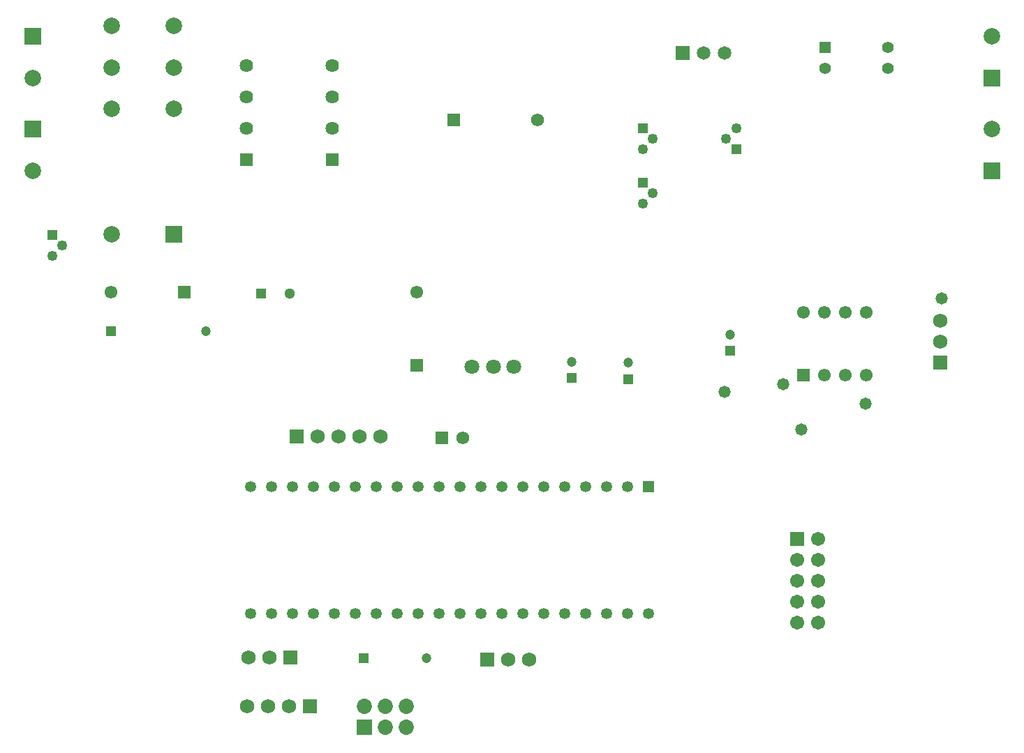
<source format=gbr>
G04*
G04 #@! TF.GenerationSoftware,Altium Limited,Altium Designer,23.2.1 (34)*
G04*
G04 Layer_Color=16711935*
%FSLAX25Y25*%
%MOIN*%
G70*
G04*
G04 #@! TF.SameCoordinates,D46152EC-C408-46DB-B0A5-B777A763C0D4*
G04*
G04*
G04 #@! TF.FilePolarity,Negative*
G04*
G01*
G75*
%ADD19C,0.04934*%
%ADD20R,0.04934X0.04934*%
%ADD21C,0.06102*%
%ADD22R,0.06102X0.06102*%
%ADD23R,0.06200X0.06200*%
%ADD24C,0.06200*%
%ADD25C,0.06706*%
%ADD26R,0.06706X0.06706*%
%ADD27C,0.06400*%
%ADD28R,0.06400X0.06400*%
%ADD29C,0.07887*%
%ADD30R,0.07887X0.07887*%
%ADD31C,0.06181*%
%ADD32R,0.06181X0.06181*%
%ADD33C,0.07099*%
%ADD34C,0.04724*%
%ADD35R,0.04724X0.04724*%
%ADD36R,0.04724X0.04724*%
%ADD37R,0.07296X0.07296*%
%ADD38C,0.07296*%
%ADD39C,0.05118*%
%ADD40R,0.05118X0.05118*%
%ADD41C,0.07874*%
%ADD42R,0.07874X0.07874*%
%ADD43R,0.06102X0.06102*%
%ADD44R,0.06500X0.06500*%
%ADD45C,0.06500*%
%ADD46C,0.05500*%
%ADD47R,0.05500X0.05500*%
%ADD48C,0.05315*%
%ADD49R,0.05315X0.05315*%
%ADD50R,0.06902X0.06902*%
%ADD51C,0.06902*%
%ADD52R,0.06902X0.06902*%
%ADD53C,0.05800*%
D19*
X146000Y365500D02*
D03*
X150500Y370500D02*
D03*
X467500Y421500D02*
D03*
X472500Y426500D02*
D03*
X432500Y395500D02*
D03*
X428000Y390500D02*
D03*
X432500Y421500D02*
D03*
X428000Y416500D02*
D03*
D20*
X146000Y375500D02*
D03*
X472500Y416500D02*
D03*
X428000Y400500D02*
D03*
Y426500D02*
D03*
D21*
X174020Y348000D02*
D03*
X534500Y308500D02*
D03*
X524500D02*
D03*
X514500D02*
D03*
X504500Y338500D02*
D03*
X514500D02*
D03*
X524500D02*
D03*
X534500D02*
D03*
X320000Y347980D02*
D03*
D22*
X208980Y348000D02*
D03*
X504500Y308500D02*
D03*
D23*
X337600Y430500D02*
D03*
D24*
X377600D02*
D03*
D25*
X511500Y190000D02*
D03*
X501500D02*
D03*
X511500Y200000D02*
D03*
X501500D02*
D03*
X511500Y210000D02*
D03*
X501500D02*
D03*
X511500Y220000D02*
D03*
X501500D02*
D03*
X511500Y230000D02*
D03*
D26*
X501500D02*
D03*
D27*
X238500Y456500D02*
D03*
Y441500D02*
D03*
Y426500D02*
D03*
X279500D02*
D03*
Y441500D02*
D03*
Y456500D02*
D03*
D28*
X238500Y411500D02*
D03*
X279500D02*
D03*
D29*
X594500Y426271D02*
D03*
Y470500D02*
D03*
X136500Y450500D02*
D03*
Y406271D02*
D03*
D30*
X594500D02*
D03*
Y450500D02*
D03*
X136500Y470500D02*
D03*
Y426271D02*
D03*
D31*
X342000Y278500D02*
D03*
D32*
X332000D02*
D03*
D33*
X346264Y312500D02*
D03*
X366343D02*
D03*
X356500D02*
D03*
D34*
X219083Y329500D02*
D03*
X469500Y327937D02*
D03*
X421000Y314437D02*
D03*
X394000Y314937D02*
D03*
X324512Y173000D02*
D03*
D35*
X173917Y329500D02*
D03*
X294488Y173000D02*
D03*
D36*
X469500Y320063D02*
D03*
X421000Y306563D02*
D03*
X394000Y307063D02*
D03*
D37*
X295000Y140000D02*
D03*
D38*
Y150000D02*
D03*
X305000Y140000D02*
D03*
X315000D02*
D03*
X305000Y150000D02*
D03*
X315000D02*
D03*
D39*
X259390Y347500D02*
D03*
D40*
X245610D02*
D03*
D41*
X203764Y475429D02*
D03*
Y455587D02*
D03*
Y435744D02*
D03*
X174236Y475429D02*
D03*
Y455587D02*
D03*
Y435744D02*
D03*
Y375665D02*
D03*
D42*
X203764D02*
D03*
D43*
X320000Y313020D02*
D03*
D44*
X447000Y462500D02*
D03*
D45*
X457000D02*
D03*
X467000D02*
D03*
D46*
X545000Y465000D02*
D03*
Y455000D02*
D03*
X515000D02*
D03*
D47*
Y465000D02*
D03*
D48*
X430500Y194500D02*
D03*
X420500D02*
D03*
X410500D02*
D03*
X400500D02*
D03*
X390500D02*
D03*
X380500D02*
D03*
X370500D02*
D03*
X360500D02*
D03*
X350500D02*
D03*
X340500D02*
D03*
X330500D02*
D03*
X320500D02*
D03*
X310500D02*
D03*
X300500D02*
D03*
X290500D02*
D03*
X280500D02*
D03*
X270500D02*
D03*
X260500D02*
D03*
X250500D02*
D03*
X240500D02*
D03*
Y255250D02*
D03*
X250500D02*
D03*
X260500D02*
D03*
X270500D02*
D03*
X280500D02*
D03*
X290500D02*
D03*
X300500D02*
D03*
X310500D02*
D03*
X320500D02*
D03*
X330500D02*
D03*
X340500D02*
D03*
X350500D02*
D03*
X360500D02*
D03*
X370500D02*
D03*
X380500D02*
D03*
X390500D02*
D03*
X400500D02*
D03*
X410500D02*
D03*
X420500D02*
D03*
D49*
X430500D02*
D03*
D50*
X353500Y172500D02*
D03*
X262500Y279000D02*
D03*
X269000Y150000D02*
D03*
X259500Y173500D02*
D03*
D51*
X363500Y172500D02*
D03*
X373500D02*
D03*
X302500Y279000D02*
D03*
X292500D02*
D03*
X282500D02*
D03*
X272500D02*
D03*
X259000Y150000D02*
D03*
X249000D02*
D03*
X239000D02*
D03*
X249500Y173500D02*
D03*
X239500D02*
D03*
X570000Y324500D02*
D03*
Y334500D02*
D03*
D52*
Y314500D02*
D03*
D53*
X503500Y282500D02*
D03*
X495000Y304000D02*
D03*
X467000Y300500D02*
D03*
X534400Y294800D02*
D03*
X570500Y345200D02*
D03*
M02*

</source>
